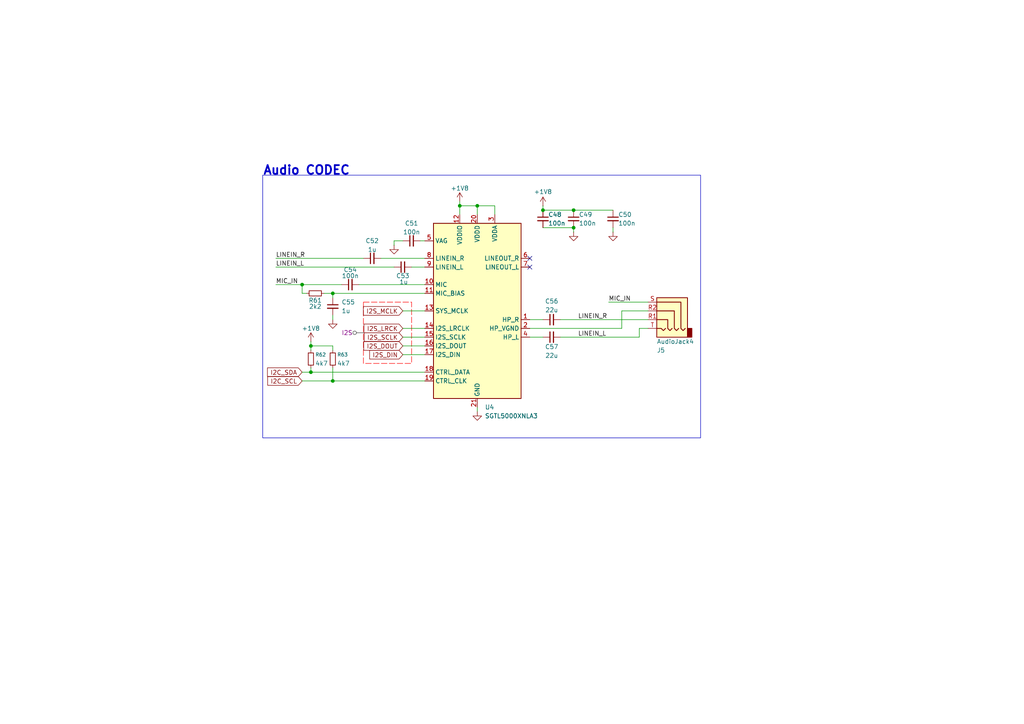
<source format=kicad_sch>
(kicad_sch (version 20250114) (generator "eeschema") (generator_version "9.0")
  (paper "A4")
  (lib_symbols
    (symbol "Audio:SGTL5000XNLA3"
      (property "Reference" "U" (at 0 0 0))
      (property "Value" "SGTL5000XNLA3" (at -5.08 -27.94 0))
      (symbol "SGTL5000XNLA3_0_1"
        (rectangle (start -12.7 25.4) (end 12.7 -25.4) (stroke (width 0.254)) (fill (type background)))
      )
      (symbol "SGTL5000XNLA3_1_1"
        (pin passive line (at -15.24 20.32 0) (length 2.54) (name "VAG") (number "5"))
        (pin input line (at -15.24 15.24 0) (length 2.54) (name "LINEIN_R") (number "8"))
        (pin input line (at -15.24 12.7 0) (length 2.54) (name "LINEIN_L") (number "9"))
        (pin input line (at -15.24 7.62 0) (length 2.54) (name "MIC") (number "10"))
        (pin input line (at -15.24 5.08 0) (length 2.54) (name "MIC_BIAS") (number "11"))
        (pin input line (at -15.24 0 0) (length 2.54) (name "SYS_MCLK") (number "13"))
        (pin input line (at -15.24 -5.08 0) (length 2.54) (name "I2S_LRCLK") (number "14"))
        (pin input line (at -15.24 -7.62 0) (length 2.54) (name "I2S_SCLK") (number "15"))
        (pin output line (at -15.24 -10.16 0) (length 2.54) (name "I2S_DOUT") (number "16"))
        (pin input line (at -15.24 -12.7 0) (length 2.54) (name "I2S_DIN") (number "17"))
        (pin input line (at -15.24 -17.78 0) (length 2.54) (name "CTRL_DATA") (number "18"))
        (pin input line (at -15.24 -20.32 0) (length 2.54) (name "CTRL_CLK") (number "19"))
        (pin power_in line (at -5.08 27.94 270) (length 2.54) (name "VDDIO") (number "12"))
        (pin power_in line (at 0 27.94 270) (length 2.54) (name "VDDD") (number "20"))
        (pin power_in line (at 0 -27.94 90) (length 2.54) (name "GND") (number "21"))
        (pin power_in line (at 5.08 27.94 270) (length 2.54) (name "VDDA") (number "3"))
        (pin output line (at 15.24 15.24 180) (length 2.54) (name "LINEOUT_R") (number "6"))
        (pin output line (at 15.24 12.7 180) (length 2.54) (name "LINEOUT_L") (number "7"))
        (pin output line (at 15.24 -2.54 180) (length 2.54) (name "HP_R") (number "1"))
        (pin power_out line (at 15.24 -5.08 180) (length 2.54) (name "HP_VGND") (number "2"))
        (pin output line (at 15.24 -7.62 180) (length 2.54) (name "HP_L") (number "4"))
      )
    )
    (symbol "Connector_Audio:AudioJack4"
      (property "Reference" "J" (at 0 8.89 0))
      (property "Value" "AudioJack4" (at 0 6.35 0))
      (symbol "AudioJack4_0_1"
        (rectangle (start -6.35 -5.08) (end -7.62 -7.62) (stroke (width 0.254)) (fill (type outline)))
        (polyline (pts (xy -5.715 -5.08) (xy -5.08 -5.715) (xy -4.445 -5.08) (xy -4.445 2.54) (xy 2.54 2.54)) (stroke (width 0.254)))
        (polyline (pts (xy -1.905 -5.08) (xy -1.27 -5.715) (xy -0.635 -5.08) (xy -0.635 -2.54) (xy 2.54 -2.54)) (stroke (width 0.254)))
        (polyline (pts (xy 0 -5.08) (xy 0.635 -5.715) (xy 1.27 -5.08) (xy 2.54 -5.08)) (stroke (width 0.254)))
        (rectangle (start 2.54 3.81) (end -6.35 -7.62) (stroke (width 0.254)) (fill (type background)))
        (polyline (pts (xy 2.54 0) (xy -2.54 0) (xy -2.54 -5.08) (xy -3.175 -5.715) (xy -3.81 -5.08)) (stroke (width 0.254)))
      )
      (symbol "AudioJack4_1_1"
        (pin passive line (at 5.08 2.54 180) (length 2.54) (name "~") (number "S"))
        (pin passive line (at 5.08 0 180) (length 2.54) (name "~") (number "R2"))
        (pin passive line (at 5.08 -2.54 180) (length 2.54) (name "~") (number "R1"))
        (pin passive line (at 5.08 -5.08 180) (length 2.54) (name "~") (number "T"))
      )
    )
    (symbol "Device:C_Small" (pin_numbers (hide yes)) (pin_names (offset 0.254) (hide yes))
      (property "Reference" "C" (at 0.254 1.778 0))
      (property "Value" "C_Small" (at 0.254 -2.032 0))
      (symbol "C_Small_0_1"
        (polyline (pts (xy -1.524 0.508) (xy 1.524 0.508)) (stroke (width 0.3048)))
        (polyline (pts (xy -1.524 -0.508) (xy 1.524 -0.508)) (stroke (width 0.3302)))
      )
      (symbol "C_Small_1_1"
        (pin passive line (at 0 2.54 270) (length 2.032) (name "~") (number "1"))
        (pin passive line (at 0 -2.54 90) (length 2.032) (name "~") (number "2"))
      )
    )
    (symbol "Device:R_Small" (pin_numbers (hide yes)) (pin_names (offset 0.254) (hide yes))
      (property "Reference" "R" (at 0 0 90))
      (property "Value" "R_Small" (at 1.778 0 90))
      (symbol "R_Small_0_1"
        (rectangle (start -0.762 1.778) (end 0.762 -1.778) (stroke (width 0.2032)))
      )
      (symbol "R_Small_1_1"
        (pin passive line (at 0 2.54 270) (length 0.762) (name "~") (number "1"))
        (pin passive line (at 0 -2.54 90) (length 0.762) (name "~") (number "2"))
      )
    )
    (symbol "power:GND" (power) (pin_numbers (hide yes)) (pin_names (offset 0) (hide yes))
      (property "Value" "GND" (at 0 -3.81 0))
      (symbol "GND_0_1"
        (polyline (pts (xy 0 0) (xy 0 -1.27) (xy 1.27 -1.27) (xy 0 -2.54) (xy -1.27 -1.27) (xy 0 -1.27)))
      )
      (symbol "GND_1_1"
        (pin power_in line (at 0 0 270) (length 0) (name "~") (number "1"))
      )
    )
    (symbol "power:VDD" (power) (pin_numbers (hide yes)) (pin_names (offset 0) (hide yes))
      (property "Value" "VDD" (at 0 3.556 0))
      (symbol "VDD_0_1"
        (polyline (pts (xy -0.762 1.27) (xy 0 2.54)))
        (polyline (pts (xy 0 2.54) (xy 0.762 1.27)))
        (polyline (pts (xy 0 0) (xy 0 2.54)))
      )
      (symbol "VDD_1_1"
        (pin power_in line (at 0 0 90) (length 0) (name "~") (number "1"))
      )
    )
  )
  (rectangle (start 76.2 50.8) (end 203.2 127))
  (text "Audio CODEC" (at 76.2 49.53 0) (effects (font (size 2.54 2.54) (thickness 0.508) (bold yes)) (justify left)))
  (junction (at 90.17 100.33))
  (junction (at 87.63 82.55))
  (junction (at 138.43 59.69))
  (junction (at 96.52 85.09))
  (junction (at 166.37 66.04))
  (junction (at 157.48 60.96))
  (junction (at 166.37 60.96))
  (junction (at 90.17 107.95))
  (junction (at 96.52 110.49))
  (junction (at 133.35 59.69))
  (no_connect (at 153.67 77.47))
  (no_connect (at 153.67 74.93))
  (wire (pts (xy 90.17 100.33) (xy 90.17 101.6)))
  (wire (pts (xy 93.98 85.09) (xy 96.52 85.09)))
  (wire (pts (xy 185.42 95.25) (xy 185.42 97.79)))
  (wire (pts (xy 185.42 95.25) (xy 187.96 95.25)))
  (wire (pts (xy 114.3 69.85) (xy 116.84 69.85)))
  (wire (pts (xy 87.63 82.55) (xy 87.63 85.09)))
  (wire (pts (xy 96.52 85.09) (xy 123.19 85.09)))
  (wire (pts (xy 153.67 95.25) (xy 180.34 95.25)))
  (wire (pts (xy 116.84 97.79) (xy 123.19 97.79)))
  (wire (pts (xy 157.48 59.69) (xy 157.48 60.96)))
  (wire (pts (xy 116.84 100.33) (xy 123.19 100.33)))
  (wire (pts (xy 96.52 85.09) (xy 96.52 86.36)))
  (wire (pts (xy 133.35 58.42) (xy 133.35 59.69)))
  (wire (pts (xy 90.17 107.95) (xy 123.19 107.95)))
  (wire (pts (xy 162.56 92.71) (xy 187.96 92.71)))
  (wire (pts (xy 96.52 106.68) (xy 96.52 110.49)))
  (wire (pts (xy 153.67 92.71) (xy 157.48 92.71)))
  (wire (pts (xy 90.17 106.68) (xy 90.17 107.95)))
  (wire (pts (xy 157.48 66.04) (xy 166.37 66.04)))
  (wire (pts (xy 177.8 66.04) (xy 177.8 67.31)))
  (wire (pts (xy 104.14 82.55) (xy 123.19 82.55)))
  (wire (pts (xy 110.49 74.93) (xy 123.19 74.93)))
  (wire (pts (xy 114.3 71.12) (xy 114.3 69.85)))
  (wire (pts (xy 88.9 85.09) (xy 87.63 85.09)))
  (wire (pts (xy 133.35 59.69) (xy 138.43 59.69)))
  (wire (pts (xy 80.01 77.47) (xy 114.3 77.47)))
  (wire (pts (xy 157.48 60.96) (xy 166.37 60.96)))
  (wire (pts (xy 138.43 59.69) (xy 138.43 62.23)))
  (wire (pts (xy 90.17 99.06) (xy 90.17 100.33)))
  (wire (pts (xy 116.84 90.17) (xy 123.19 90.17)))
  (wire (pts (xy 87.63 110.49) (xy 96.52 110.49)))
  (wire (pts (xy 162.56 97.79) (xy 185.42 97.79)))
  (wire (pts (xy 176.53 87.63) (xy 187.96 87.63)))
  (wire (pts (xy 166.37 60.96) (xy 177.8 60.96)))
  (wire (pts (xy 138.43 59.69) (xy 143.51 59.69)))
  (wire (pts (xy 116.84 95.25) (xy 123.19 95.25)))
  (wire (pts (xy 143.51 59.69) (xy 143.51 62.23)))
  (wire (pts (xy 119.38 77.47) (xy 123.19 77.47)))
  (wire (pts (xy 138.43 118.11) (xy 138.43 119.38)))
  (wire (pts (xy 87.63 82.55) (xy 99.06 82.55)))
  (wire (pts (xy 116.84 102.87) (xy 123.19 102.87)))
  (wire (pts (xy 80.01 82.55) (xy 87.63 82.55)))
  (wire (pts (xy 180.34 90.17) (xy 187.96 90.17)))
  (wire (pts (xy 87.63 107.95) (xy 90.17 107.95)))
  (wire (pts (xy 166.37 66.04) (xy 166.37 67.31)))
  (wire (pts (xy 96.52 100.33) (xy 96.52 101.6)))
  (wire (pts (xy 96.52 91.44) (xy 96.52 92.71)))
  (wire (pts (xy 96.52 110.49) (xy 123.19 110.49)))
  (wire (pts (xy 153.67 97.79) (xy 157.48 97.79)))
  (wire (pts (xy 180.34 90.17) (xy 180.34 95.25)))
  (wire (pts (xy 121.92 69.85) (xy 123.19 69.85)))
  (wire (pts (xy 90.17 100.33) (xy 96.52 100.33)))
  (wire (pts (xy 133.35 59.69) (xy 133.35 62.23)))
  (wire (pts (xy 80.01 74.93) (xy 105.41 74.93)))
  (label "LINEIN_R" (at 167.64 92.71 0))
  (label "LINEIN_L" (at 80.01 77.47 0))
  (label "MIC_IN" (at 176.53 87.63 0))
  (label "LINEIN_R" (at 80.01 74.93 0))
  (label "MIC_IN" (at 80.01 82.55 0))
  (label "LINEIN_L" (at 167.64 97.79 0))
  (global_label "I2S_DIN" (shape input) (at 116.84 102.87 180) (property "Intersheetrefs" "${INTERSHEET_REFS}" (effects (hide yes))))
  (global_label "I2C_SCL" (shape input) (at 87.63 110.49 180) (property "Intersheetrefs" "${INTERSHEET_REFS}" (effects (hide yes))))
  (global_label "I2S_SCLK" (shape input) (at 116.84 97.79 180) (property "Intersheetrefs" "${INTERSHEET_REFS}" (effects (hide yes))))
  (global_label "I2S_MCLK" (shape input) (at 116.84 90.17 180) (property "Intersheetrefs" "${INTERSHEET_REFS}" (effects (hide yes))))
  (global_label "I2S_DOUT" (shape input) (at 116.84 100.33 180) (property "Intersheetrefs" "${INTERSHEET_REFS}" (effects (hide yes))))
  (global_label "I2S_LRCK" (shape input) (at 116.84 95.25 180) (property "Intersheetrefs" "${INTERSHEET_REFS}" (effects (hide yes))))
  (global_label "I2C_SDA" (shape input) (at 87.63 107.95 180) (property "Intersheetrefs" "${INTERSHEET_REFS}" (effects (hide yes))))
  (rule_area (polyline (pts (xy 105.41 87.63) (xy 119.38 87.63) (xy 119.38 105.41) (xy 105.41 105.41)) (stroke (width 0) (type dash))))
  (netclass_flag "" (length 2.54) (shape round) (at 105.41 96.52 90) (property "Netclass" "I2S" (at 99.06 96.52 0) (effects (justify left))))
  (symbol (lib_id "Device:C_Small") (at 101.6 82.55 90) (unit 1)
    (property "Reference" "C54" (at 101.6 78.232 90))
    (property "Value" "100n" (at 101.6 80.01 90))
    (property "Footprint" "Capacitor_SMD:C_0402_1005Metric" (effects (hide yes)))
    (property "Description" "Unpolarized capacitor, small symbol" (effects (hide yes)))
  )
  (symbol (lib_id "Device:C_Small") (at 96.52 88.9 0) (unit 1)
    (property "Reference" "C55" (at 99.06 87.63 0) (effects (justify left)))
    (property "Value" "1u" (at 99.06 90.17 0) (effects (justify left)))
    (property "Footprint" "Capacitor_SMD:C_0402_1005Metric" (effects (hide yes)))
    (property "Description" "Unpolarized capacitor, small symbol" (effects (hide yes)))
  )
  (symbol (lib_id "Device:R_Small") (at 96.52 104.14 0) (unit 1)
    (property "Reference" "R63" (at 97.79 102.87 0) (effects (font (size 1.016 1.016)) (justify left)))
    (property "Value" "4k7" (at 97.79 105.4099 0) (effects (justify left)))
    (property "Footprint" "Resistor_SMD:R_0402_1005Metric" (effects (hide yes)))
    (property "Description" "Resistor, small symbol" (effects (hide yes)))
  )
  (symbol (lib_id "Device:R_Small") (at 91.44 85.09 90) (unit 1)
    (property "Reference" "R61" (at 91.44 87.122 90))
    (property "Value" "2k2" (at 91.44 88.9 90))
    (property "Footprint" "Resistor_SMD:R_0402_1005Metric" (effects (hide yes)))
    (property "Description" "Resistor, small symbol" (effects (hide yes)))
  )
  (symbol (lib_id "power:GND") (at 166.37 67.31 0) (unit 1)
    (property "Reference" "#PWR064" (effects (hide yes)))
    (property "Value" "GND" (effects (hide yes)))
    (property "Description" "Power symbol creates a global label with name \"GND\" , ground" (effects (hide yes)))
  )
  (symbol (lib_id "Device:C_Small") (at 116.84 77.47 90) (unit 1)
    (property "Reference" "C53" (at 116.84 80.01 90))
    (property "Value" "1u" (at 117.094 81.788 90))
    (property "Footprint" "Capacitor_SMD:C_0402_1005Metric" (effects (hide yes)))
    (property "Description" "Unpolarized capacitor, small symbol" (effects (hide yes)))
  )
  (symbol (lib_id "Device:C_Small") (at 160.02 97.79 90) (unit 1)
    (property "Reference" "C57" (at 160.02 100.584 90))
    (property "Value" "22u" (at 160.02 103.124 90))
    (property "Footprint" "Capacitor_SMD:C_0603_1608Metric" (effects (hide yes)))
    (property "Description" "Unpolarized capacitor, small symbol" (effects (hide yes)))
  )
  (symbol (lib_id "Connector_Audio:AudioJack4") (at 193.04 90.17 0) (mirror y) (unit 1)
    (property "Reference" "J5" (at 190.5 101.6 0) (effects (justify right)))
    (property "Value" "AudioJack4" (at 190.5 99.06 0) (effects (justify right)))
    (property "Footprint" "Connector_Audio:Jack_3.5mm_PJ320D_Horizontal" (effects (hide yes)))
    (property "Description" "Audio Jack, 4 Poles (TRRS)" (effects (hide yes)))
  )
  (symbol (lib_id "Device:C_Small") (at 119.38 69.85 90) (unit 1)
    (property "Reference" "C51" (at 119.38 64.77 90))
    (property "Value" "100n" (at 119.38 67.31 90))
    (property "Footprint" "Capacitor_SMD:C_0402_1005Metric" (effects (hide yes)))
    (property "Description" "Unpolarized capacitor, small symbol" (effects (hide yes)))
  )
  (symbol (lib_id "power:VDD") (at 133.35 58.42 0) (unit 1)
    (property "Reference" "#PWR062" (effects (hide yes)))
    (property "Value" "+1V8" (at 133.35 54.61 0))
    (property "Description" "Power symbol creates a global label with name \"VDD\"" (effects (hide yes)))
  )
  (symbol (lib_id "power:GND") (at 114.3 71.12 0) (unit 1)
    (property "Reference" "#PWR066" (effects (hide yes)))
    (property "Value" "GND" (effects (hide yes)))
    (property "Description" "Power symbol creates a global label with name \"GND\" , ground" (effects (hide yes)))
  )
  (symbol (lib_id "Device:C_Small") (at 157.48 63.5 0) (unit 1)
    (property "Reference" "C48" (at 159.004 62.23 0) (effects (justify left)))
    (property "Value" "100n" (at 159.004 64.77 0) (effects (justify left)))
    (property "Footprint" "Capacitor_SMD:C_0402_1005Metric" (effects (hide yes)))
    (property "Description" "Unpolarized capacitor, small symbol" (effects (hide yes)))
  )
  (symbol (lib_id "Device:R_Small") (at 90.17 104.14 0) (unit 1)
    (property "Reference" "R62" (at 91.44 102.87 0) (effects (font (size 1.016 1.016)) (justify left)))
    (property "Value" "4k7" (at 91.44 105.4099 0) (effects (justify left)))
    (property "Footprint" "Resistor_SMD:R_0402_1005Metric" (effects (hide yes)))
    (property "Description" "Resistor, small symbol" (effects (hide yes)))
  )
  (symbol (lib_id "Device:C_Small") (at 166.37 63.5 0) (unit 1)
    (property "Reference" "C49" (at 167.894 62.23 0) (effects (justify left)))
    (property "Value" "100n" (at 167.894 64.77 0) (effects (justify left)))
    (property "Footprint" "Capacitor_SMD:C_0402_1005Metric" (effects (hide yes)))
    (property "Description" "Unpolarized capacitor, small symbol" (effects (hide yes)))
  )
  (symbol (lib_id "power:VDD") (at 90.17 99.06 0) (unit 1)
    (property "Reference" "#PWR068" (effects (hide yes)))
    (property "Value" "+1V8" (at 90.17 95.25 0))
    (property "Description" "Power symbol creates a global label with name \"VDD\"" (effects (hide yes)))
  )
  (symbol (lib_id "power:GND") (at 138.43 119.38 0) (unit 1)
    (property "Reference" "#PWR069" (effects (hide yes)))
    (property "Value" "GND" (effects (hide yes)))
    (property "Description" "Power symbol creates a global label with name \"GND\" , ground" (effects (hide yes)))
  )
  (symbol (lib_id "power:GND") (at 96.52 92.71 0) (unit 1)
    (property "Reference" "#PWR067" (effects (hide yes)))
    (property "Value" "GND" (effects (hide yes)))
    (property "Description" "Power symbol creates a global label with name \"GND\" , ground" (effects (hide yes)))
  )
  (symbol (lib_id "Device:C_Small") (at 160.02 92.71 90) (unit 1)
    (property "Reference" "C56" (at 160.02 87.376 90))
    (property "Value" "22u" (at 160.02 89.916 90))
    (property "Footprint" "Capacitor_SMD:C_0603_1608Metric" (effects (hide yes)))
    (property "Description" "Unpolarized capacitor, small symbol" (effects (hide yes)))
  )
  (symbol (lib_id "power:VDD") (at 157.48 59.69 0) (unit 1)
    (property "Reference" "#PWR063" (effects (hide yes)))
    (property "Value" "+1V8" (at 157.48 55.626 0))
    (property "Description" "Power symbol creates a global label with name \"VDD\"" (effects (hide yes)))
  )
  (symbol (lib_id "power:GND") (at 177.8 67.31 0) (unit 1)
    (property "Reference" "#PWR065" (effects (hide yes)))
    (property "Value" "GND" (effects (hide yes)))
    (property "Description" "Power symbol creates a global label with name \"GND\" , ground" (effects (hide yes)))
  )
  (symbol (lib_id "Audio:SGTL5000XNLA3") (at 138.43 90.17 0) (unit 1)
    (property "Reference" "U4" (at 140.6241 118.11 0) (effects (justify left)))
    (property "Value" "SGTL5000XNLA3" (at 140.6241 120.65 0) (effects (justify left)))
    (property "Footprint" "Package_DFN_QFN:QFN-20-1EP_3x3mm_P0.4mm_EP1.65x1.65mm" (effects (hide yes)))
    (property "Datasheet" "https://www.nxp.com/docs/en/data-sheet/SGTL5000.pdf" (effects (hide yes)))
    (property "Description" "Low Power Stereo Codec with Headphone Amp, QFN-20" (effects (hide yes)))
  )
  (symbol (lib_id "Device:C_Small") (at 177.8 63.5 0) (unit 1)
    (property "Reference" "C50" (at 179.324 62.23 0) (effects (justify left)))
    (property "Value" "100n" (at 179.324 64.77 0) (effects (justify left)))
    (property "Footprint" "Capacitor_SMD:C_0402_1005Metric" (effects (hide yes)))
    (property "Description" "Unpolarized capacitor, small symbol" (effects (hide yes)))
  )
  (symbol (lib_id "Device:C_Small") (at 107.95 74.93 90) (unit 1)
    (property "Reference" "C52" (at 107.95 69.85 90))
    (property "Value" "1u" (at 107.95 72.39 90))
    (property "Footprint" "Capacitor_SMD:C_0402_1005Metric" (effects (hide yes)))
    (property "Description" "Unpolarized capacitor, small symbol" (effects (hide yes)))
  )
)
</source>
